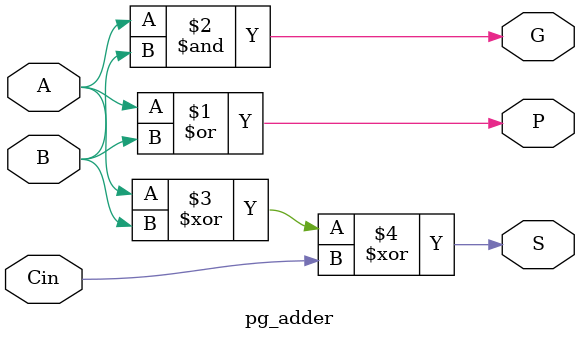
<source format=v>
module pg_adder(A, B, Cin, P, G, S);
   input A, B, Cin;
   output P, G, S;

   assign P = (A | B);
   assign G = (A & B);
   assign S = (A ^ B) ^ Cin;
   
endmodule // pg_adder

</source>
